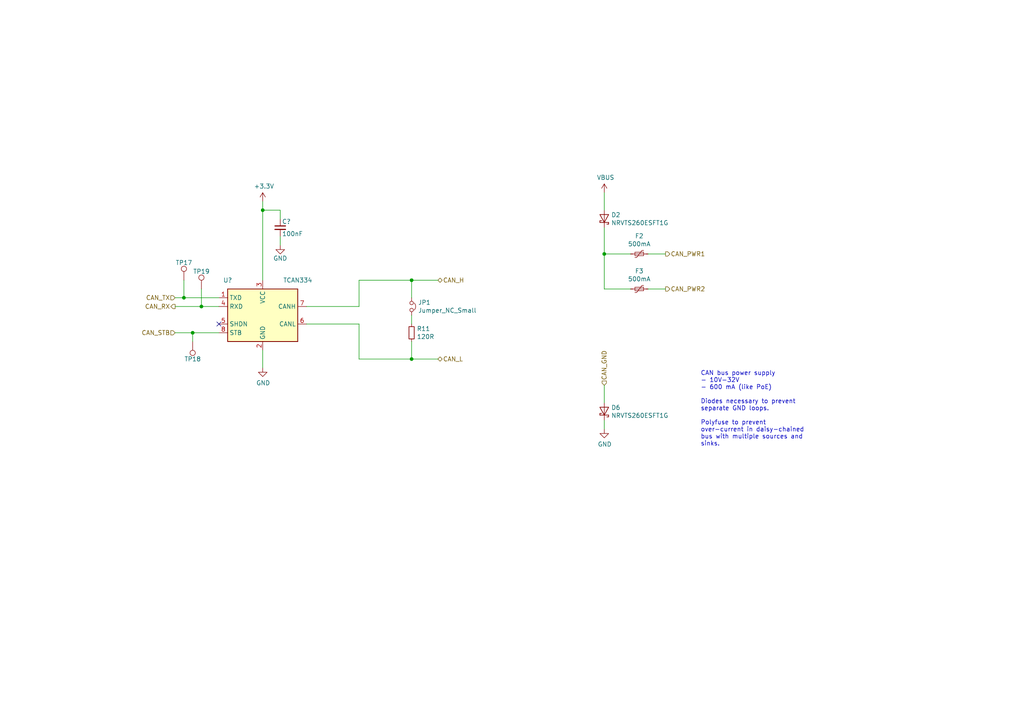
<source format=kicad_sch>
(kicad_sch (version 20250114) (generator "eeschema") (generator_version "9.0")
  (paper "A4")
  (title_block (title "MPPT 2420 HC") (date "2021-01-06") (rev "0.2.3") (company "Copyright © 2020 Libre Solar Technologies GmbH") (comment 1 "Licensed under CERN-OHL-W version 2") (comment 2 "Author: Martin Jäger"))
  (lib_symbols
    (symbol "Connector:TestPoint" (pin_numbers (hide yes)) (pin_names (offset 0.762) (hide yes))
      (property "Reference" "TP" (at 0 6.858 0))
      (property "Value" "TestPoint" (at 0 5.08 0))
      (symbol "TestPoint_0_1"
        (circle (center 0 3.302) (radius 0.762))
      )
      (symbol "TestPoint_1_1"
        (pin passive line (at 0 0 90) (length 2.54) (name "1") (number "1"))
      )
    )
    (symbol "Device:Polyfuse_Small" (pin_numbers (hide yes)) (pin_names (offset 0))
      (property "Reference" "F" (at -1.905 0 90))
      (property "Value" "Polyfuse_Small" (at 1.905 0 90))
      (symbol "Polyfuse_Small_0_1"
        (polyline (pts (xy -1.016 1.27) (xy -1.016 0.762) (xy 1.016 -0.762) (xy 1.016 -1.27)))
        (rectangle (start -0.508 1.27) (end 0.508 -1.27))
        (polyline (pts (xy 0 2.54) (xy 0 -2.54)))
      )
      (symbol "Polyfuse_Small_1_1"
        (pin passive line (at 0 2.54 270) (length 0.635) (name "~") (number "1"))
        (pin passive line (at 0 -2.54 90) (length 0.635) (name "~") (number "2"))
      )
    )
    (symbol "Interface_CAN_LIN:TCAN334"
      (property "Reference" "U" (at -10.16 8.89 0))
      (property "Value" "TCAN334" (at 2.54 8.89 0))
      (symbol "TCAN334_0_1"
        (rectangle (start -10.16 7.62) (end 10.16 -7.62) (stroke (width 0.254)) (fill (type background)))
      )
      (symbol "TCAN334_1_1"
        (pin input line (at -12.7 5.08 0) (length 2.54) (name "TXD") (number "1"))
        (pin tri_state line (at -12.7 2.54 0) (length 2.54) (name "RXD") (number "4"))
        (pin input line (at -12.7 -2.54 0) (length 2.54) (name "SHDN") (number "5"))
        (pin input line (at -12.7 -5.08 0) (length 2.54) (name "STB") (number "8"))
        (pin power_in line (at 0 10.16 270) (length 2.54) (name "VCC") (number "3"))
        (pin power_in line (at 0 -10.16 90) (length 2.54) (name "GND") (number "2"))
        (pin bidirectional line (at 12.7 2.54 180) (length 2.54) (name "CANH") (number "7"))
        (pin bidirectional line (at 12.7 -2.54 180) (length 2.54) (name "CANL") (number "6"))
      )
    )
    (symbol "LibreSolar:D_Schottky" (pin_numbers (hide yes)) (pin_names (offset 0.254) (hide yes))
      (property "Reference" "D" (at 0 2.54 0))
      (property "Value" "LibreSolar_D_Schottky" (at 0 -2.54 0))
      (symbol "D_Schottky_0_1"
        (polyline (pts (xy -1.016 1.27) (xy -0.508 1.27) (xy -0.508 0.762)) (stroke (width 0.2032)))
        (polyline (pts (xy -1.016 -1.27) (xy -1.016 1.27)) (stroke (width 0.2032)))
        (polyline (pts (xy -1.016 -1.27) (xy -1.524 -1.27) (xy -1.524 -0.762)) (stroke (width 0.2032)))
        (polyline (pts (xy 1.27 0) (xy -1.27 0)))
        (polyline (pts (xy 1.27 -1.27) (xy -1.016 0) (xy 1.27 1.27) (xy 1.27 -1.27)) (stroke (width 0.2032)))
      )
      (symbol "D_Schottky_1_1"
        (pin passive line (at -2.54 0 0) (length 1.27) (name "K") (number "1"))
        (pin passive line (at 2.54 0 180) (length 1.27) (name "A") (number "2"))
      )
    )
    (symbol "LibreSolar:Jumper_NC_Small" (pin_numbers (hide yes)) (pin_names (offset 0.762) (hide yes))
      (property "Reference" "JP" (at 0 2.032 0))
      (symbol "Jumper_NC_Small_0_1"
        (circle (center -1.016 0) (radius 0.508))
        (arc (start -1.016 0.762) (mid 0 1.1828) (end 1.016 0.762))
        (circle (center 1.016 0) (radius 0.508))
        (pin passive line (at -2.54 0 0) (length 1.016) (name "1") (number "1"))
        (pin passive line (at 2.54 0 180) (length 1.016) (name "2") (number "2"))
      )
    )
    (symbol "LibreSolar:R" (pin_numbers (hide yes)) (pin_names (offset 0.254) (hide yes))
      (property "Reference" "R" (at -1.905 0 90))
      (property "Value" "LibreSolar_R" (at 1.905 0 90))
      (symbol "R_0_1"
        (rectangle (start -0.762 1.778) (end 0.762 -1.778) (stroke (width 0.2032)))
      )
      (symbol "R_1_1"
        (pin passive line (at 0 2.54 270) (length 0.762) (name "~") (number "1"))
        (pin passive line (at 0 -2.54 90) (length 0.762) (name "~") (number "2"))
      )
    )
    (symbol "Project:C" (pin_numbers (hide yes)) (pin_names (offset 0.254) (hide yes))
      (property "Reference" "C" (at 0.635 1.905 0))
      (property "Value" "C" (at 0.635 -1.905 0))
      (symbol "C_0_1"
        (polyline (pts (xy -1.524 0.508) (xy 0 0.508) (xy 1.524 0.508)) (stroke (width 0.3048)))
        (polyline (pts (xy -1.524 -0.508) (xy 1.524 -0.508)) (stroke (width 0.3302)))
      )
      (symbol "C_1_1"
        (pin passive line (at 0 2.54 270) (length 1.905) (name "~") (number "1"))
        (pin passive line (at 0 -2.54 90) (length 2.032) (name "~") (number "2"))
      )
    )
    (symbol "power:+3.3V" (power) (pin_numbers (hide yes)) (pin_names (offset 0) (hide yes))
      (property "Value" "+3.3V" (at 0 3.556 0))
      (symbol "+3.3V_0_1"
        (polyline (pts (xy -0.762 1.27) (xy 0 2.54)))
        (polyline (pts (xy 0 2.54) (xy 0.762 1.27)))
        (polyline (pts (xy 0 0) (xy 0 2.54)))
      )
      (symbol "+3.3V_1_1"
        (pin power_in line (at 0 0 90) (length 0) (name "~") (number "1"))
      )
    )
    (symbol "power:GND" (power) (pin_numbers (hide yes)) (pin_names (offset 0) (hide yes))
      (property "Value" "GND" (at 0 -3.81 0))
      (symbol "GND_0_1"
        (polyline (pts (xy 0 0) (xy 0 -1.27) (xy 1.27 -1.27) (xy 0 -2.54) (xy -1.27 -1.27) (xy 0 -1.27)))
      )
      (symbol "GND_1_1"
        (pin power_in line (at 0 0 270) (length 0) (name "~") (number "1"))
      )
    )
    (symbol "power:VBUS" (power) (pin_numbers (hide yes)) (pin_names (offset 0) (hide yes))
      (property "Value" "VBUS" (at 0 3.556 0))
      (symbol "VBUS_0_1"
        (polyline (pts (xy -0.762 1.27) (xy 0 2.54)))
        (polyline (pts (xy 0 2.54) (xy 0.762 1.27)))
        (polyline (pts (xy 0 0) (xy 0 2.54)))
      )
      (symbol "VBUS_1_1"
        (pin power_in line (at 0 0 90) (length 0) (name "~") (number "1"))
      )
    )
  )
  (text "CAN bus power supply\n- 10V-32V\n- 600 mA (like PoE)\n\nDiodes necessary to prevent\nseparate GND loops.\n\nPolyfuse to prevent \nover-current in daisy-chained \nbus with multiple sources and \nsinks." (at 203.2 129.54 0) (effects (font (size 1.27 1.27)) (justify left bottom)))
  (junction (at 55.88 96.52))
  (junction (at 58.42 88.9))
  (junction (at 119.38 81.28))
  (junction (at 53.34 86.36))
  (junction (at 76.2 60.96))
  (junction (at 175.26 73.66))
  (junction (at 119.38 104.14))
  (no_connect (at 63.5 93.98))
  (wire (pts (xy 76.2 60.96) (xy 76.2 58.42)))
  (wire (pts (xy 119.38 99.06) (xy 119.38 104.14)))
  (wire (pts (xy 175.26 83.82) (xy 182.88 83.82)))
  (wire (pts (xy 104.14 81.28) (xy 104.14 88.9)))
  (wire (pts (xy 175.26 73.66) (xy 175.26 66.04)))
  (wire (pts (xy 63.5 86.36) (xy 53.34 86.36)))
  (wire (pts (xy 175.26 116.84) (xy 175.26 111.76)))
  (wire (pts (xy 182.88 73.66) (xy 175.26 73.66)))
  (wire (pts (xy 55.88 96.52) (xy 50.8 96.52)))
  (wire (pts (xy 193.04 73.66) (xy 187.96 73.66)))
  (wire (pts (xy 119.38 91.44) (xy 119.38 93.98)))
  (wire (pts (xy 175.26 73.66) (xy 175.26 83.82)))
  (wire (pts (xy 81.28 63.5) (xy 81.28 60.96)))
  (wire (pts (xy 119.38 104.14) (xy 127 104.14)))
  (wire (pts (xy 76.2 81.28) (xy 76.2 60.96)))
  (wire (pts (xy 53.34 81.28) (xy 53.34 86.36)))
  (wire (pts (xy 127 81.28) (xy 119.38 81.28)))
  (wire (pts (xy 76.2 60.96) (xy 81.28 60.96)))
  (wire (pts (xy 88.9 88.9) (xy 104.14 88.9)))
  (wire (pts (xy 104.14 104.14) (xy 119.38 104.14)))
  (wire (pts (xy 55.88 96.52) (xy 55.88 99.06)))
  (wire (pts (xy 53.34 86.36) (xy 50.8 86.36)))
  (wire (pts (xy 104.14 93.98) (xy 104.14 104.14)))
  (wire (pts (xy 76.2 101.6) (xy 76.2 106.68)))
  (wire (pts (xy 187.96 83.82) (xy 193.04 83.82)))
  (wire (pts (xy 63.5 96.52) (xy 55.88 96.52)))
  (wire (pts (xy 58.42 88.9) (xy 50.8 88.9)))
  (wire (pts (xy 175.26 55.88) (xy 175.26 60.96)))
  (wire (pts (xy 175.26 121.92) (xy 175.26 124.46)))
  (wire (pts (xy 104.14 81.28) (xy 119.38 81.28)))
  (wire (pts (xy 81.28 68.58) (xy 81.28 71.12)))
  (wire (pts (xy 88.9 93.98) (xy 104.14 93.98)))
  (wire (pts (xy 58.42 83.82) (xy 58.42 88.9)))
  (wire (pts (xy 63.5 88.9) (xy 58.42 88.9)))
  (wire (pts (xy 119.38 81.28) (xy 119.38 86.36)))
  (hierarchical_label "CAN_H" (shape bidirectional) (at 127 81.28 0))
  (hierarchical_label "CAN_STB" (shape input) (at 50.8 96.52 180))
  (hierarchical_label "CAN_PWR1" (shape output) (at 193.04 73.66 0))
  (hierarchical_label "CAN_RX" (shape output) (at 50.8 88.9 180))
  (hierarchical_label "CAN_L" (shape bidirectional) (at 127 104.14 0))
  (hierarchical_label "CAN_GND" (shape input) (at 175.26 111.76 90))
  (hierarchical_label "CAN_TX" (shape input) (at 50.8 86.36 180))
  (hierarchical_label "CAN_PWR2" (shape output) (at 193.04 83.82 0))
  (symbol (lib_id "Interface_CAN_LIN:TCAN334") (at 76.2 91.44 0) (unit 1)
    (property "Reference" "U7" (at 66.04 81.28 0))
    (property "Value" "TCAN334" (at 86.36 81.28 0))
    (property "Footprint" "LibreSolar:SOIC-8_3.9x4.9mm_Pitch1.27mm" (effects (hide yes)))
    (property "Datasheet" "http://www.ti.com/lit/ds/symlink/tcan337.pdf" (effects (hide yes)))
    (property "PartNumber" "TCAN334DR" (effects (hide yes)))
    (property "Manufacturer" "Texas Instruments" (effects (hide yes)))
    (property "Config" "+can" (effects (hide yes)))
    (instances (project "" (path "" (reference "U?") (unit 1)) (path "" (reference "U7") (unit 1))))
  )
  (symbol (lib_id "LibreSolar:Jumper_NC_Small") (at 119.38 88.9 270) (unit 1)
    (property "Reference" "JP1" (at 121.2596 87.7316 90) (effects (justify left)))
    (property "Value" "Jumper_NC_Small" (at 121.2596 90.043 90) (effects (justify left)))
    (property "Footprint" "Connector_PinHeader_2.54mm:PinHeader_1x02_P2.54mm_Vertical" (effects (hide yes)))
    (property "Config" "+can" (effects (hide yes)))
  )
  (symbol (lib_id "LibreSolar:R") (at 119.38 96.52 0) (unit 1)
    (property "Reference" "R11" (at 120.8786 95.3516 0) (effects (justify left)))
    (property "Value" "120R" (at 120.8786 97.663 0) (effects (justify left)))
    (property "Footprint" "LibreSolar:R_1206_3216" (effects (hide yes)))
    (property "Manufacturer" "any" (effects (hide yes)))
    (property "Remarks" "1%" (effects (hide yes)))
  )
  (symbol (lib_id "power:GND") (at 76.2 106.68 0) (unit 1)
    (property "Reference" "#PWR0107" (effects (hide yes)))
    (property "Value" "GND" (at 76.327 111.0742 0))
  )
  (symbol (lib_id "power:+3.3V") (at 76.2 58.42 0) (unit 1)
    (property "Reference" "#PWR0110" (effects (hide yes)))
    (property "Value" "+3.3V" (at 76.581 54.0258 0))
  )
  (symbol (lib_id "power:GND") (at 81.28 71.12 0) (unit 1)
    (property "Reference" "#PWR0111" (effects (hide yes)))
    (property "Value" "GND" (at 81.28 74.93 0))
    (instances (project "" (path "" (reference "#PWR?") (unit 1)) (path "" (reference "#PWR0111") (unit 1))))
  )
  (symbol (lib_id "Project:C") (at 81.28 66.04 0) (unit 1)
    (property "Reference" "C7" (at 81.788 64.262 0) (effects (justify left)))
    (property "Value" "100nF" (at 81.788 67.818 0) (effects (justify left)))
    (property "Footprint" "LibreSolar:C_0603_1608" (effects (hide yes)))
    (property "Manufacturer" "any" (effects (hide yes)))
    (property "Config" "+can" (effects (hide yes)))
    (instances (project "" (path "" (reference "C?") (unit 1)) (path "" (reference "C7") (unit 1))))
  )
  (symbol (lib_id "power:VBUS") (at 175.26 55.88 0) (unit 1)
    (property "Reference" "#PWR0115" (effects (hide yes)))
    (property "Value" "VBUS" (at 175.641 51.4858 0))
    (instances (project "" (path "" (reference "#PWR?") (unit 1)) (path "" (reference "#PWR0115") (unit 1))))
  )
  (symbol (lib_id "LibreSolar:D_Schottky") (at 175.26 63.5 90) (unit 1)
    (property "Reference" "D2" (at 177.2666 62.3316 90) (effects (justify right)))
    (property "Value" "NRVTS260ESFT1G" (at 177.2666 64.643 90) (effects (justify right)))
    (property "Footprint" "Diode_SMD:D_SOD-123" (effects (hide yes)))
    (property "Config" "+can" (effects (hide yes)))
    (property "Manufacturer" "On Semiconductor" (effects (hide yes)))
    (property "PartNumber" "NRVTS260ESFT1G" (effects (hide yes)))
    (property "Remarks" "Alternative: Nexperia PMEG6020ER,115" (effects (hide yes)))
  )
  (symbol (lib_id "LibreSolar:D_Schottky") (at 175.26 119.38 90) (unit 1)
    (property "Reference" "D6" (at 177.2666 118.2116 90) (effects (justify right)))
    (property "Value" "NRVTS260ESFT1G" (at 177.2666 120.523 90) (effects (justify right)))
    (property "Footprint" "Diode_SMD:D_SOD-123" (effects (hide yes)))
    (property "Manufacturer" "On Semiconductor" (effects (hide yes)))
    (property "PartNumber" "NRVTS260ESFT1G" (effects (hide yes)))
    (property "Remarks" "Alternative: Nexperia PMEG6020ER,115" (effects (hide yes)))
    (property "Config" "+can" (effects (hide yes)))
  )
  (symbol (lib_id "power:GND") (at 175.26 124.46 0) (unit 1)
    (property "Reference" "#PWR0123" (effects (hide yes)))
    (property "Value" "GND" (at 175.387 128.8542 0))
  )
  (symbol (lib_id "Device:Polyfuse_Small") (at 185.42 73.66 270) (unit 1)
    (property "Reference" "F2" (at 185.42 68.453 90))
    (property "Value" "500mA" (at 185.42 70.7644 90))
    (property "Footprint" "Fuse:Fuse_1206_3216Metric" (effects (hide yes)))
    (property "Config" "+can" (effects (hide yes)))
    (property "Manufacturer" "Bel Fuse" (effects (hide yes)))
    (property "PartNumber" "0ZCJ0050AF2E" (effects (hide yes)))
  )
  (symbol (lib_id "Device:Polyfuse_Small") (at 185.42 83.82 270) (unit 1)
    (property "Reference" "F3" (at 185.42 78.613 90))
    (property "Value" "500mA" (at 185.42 80.9244 90))
    (property "Footprint" "Fuse:Fuse_1206_3216Metric" (effects (hide yes)))
    (property "Config" "+can" (effects (hide yes)))
    (property "Manufacturer" "Bel Fuse" (effects (hide yes)))
    (property "PartNumber" "0ZCJ0050AF2E" (effects (hide yes)))
  )
  (symbol (lib_id "Connector:TestPoint") (at 58.42 83.82 0) (unit 1)
    (property "Reference" "TP19" (at 58.42 78.74 0))
    (property "Value" "1.5mm" (effects (hide yes)))
    (property "Footprint" "TestPoint:TestPoint_Pad_D1.5mm" (effects (hide yes)))
    (property "Config" "+info" (effects (hide yes)))
  )
  (symbol (lib_id "Connector:TestPoint") (at 55.88 99.06 180) (unit 1)
    (property "Reference" "TP18" (at 55.88 104.14 0))
    (property "Value" "1.5mm" (effects (hide yes)))
    (property "Footprint" "TestPoint:TestPoint_Pad_D1.5mm" (effects (hide yes)))
    (property "Config" "+info" (effects (hide yes)))
  )
  (symbol (lib_id "Connector:TestPoint") (at 53.34 81.28 0) (unit 1)
    (property "Reference" "TP17" (at 53.34 76.2 0))
    (property "Value" "1.5mm" (effects (hide yes)))
    (property "Footprint" "TestPoint:TestPoint_Pad_D1.5mm" (effects (hide yes)))
    (property "Config" "+info" (effects (hide yes)))
  )
)
</source>
